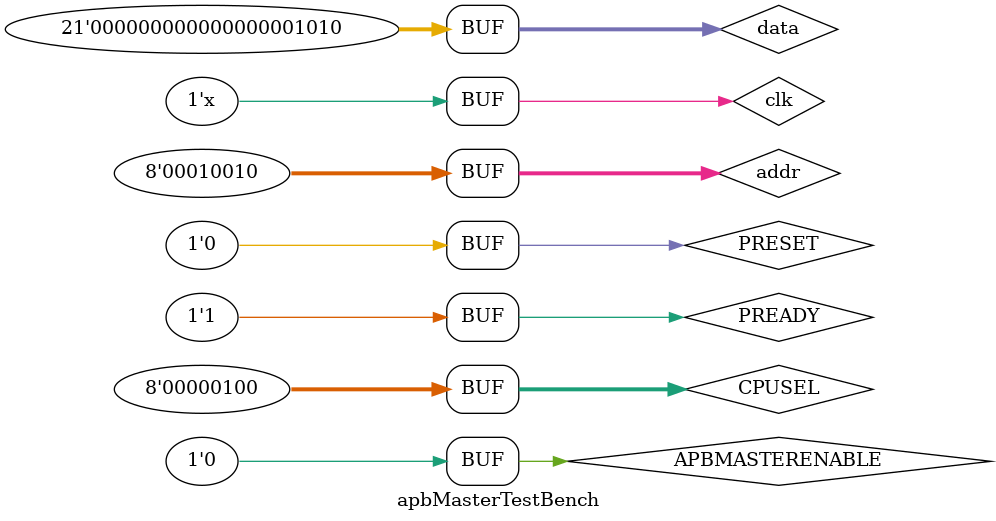
<source format=sv>
module apbMasterTestBench();


logic clk = 0;

always begin
clk = ~clk; #5; //10ns clock
end

logic APBMASTERENABLE;
logic [7:0]CPUSEL; 
logic [7:0] addr; 
logic [20:0]  data;
bit PRESET; 
logic [2:0]PSEL; //output
logic PENABLE; //output
logic [7:0] PADDR; //output
logic PWRITE; //output
logic [20:0] PWDATA;//output
logic CPUPREADY;  //output
logic PREADY;

apbMaster dut (APBMASTERENABLE,CPUSEL, addr, data, clk, PRESET, PSEL, PENABLE, PADDR, PWRITE, PWDATA, CPUPREADY, PREADY);



initial begin 
PRESET = 1; #10; PRESET = 0; #10;

APBMASTERENABLE = 1;
CPUSEL = 8'h04;
addr = 8'h12;
data = 21'd10;
PREADY = 0;
#10;
APBMASTERENABLE = 0;
#30;
PREADY = 1;

end






endmodule

</source>
